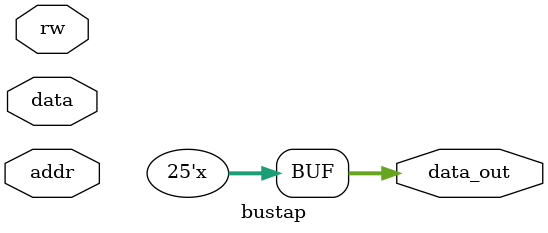
<source format=v>
module bustap(
    input rw, 
    input [11:0] addr,
    input [11:0] data,
    output reg [24:0] data_out 
    );

always @*
	data_out <= {rw,addr,data_out};

endmodule


</source>
